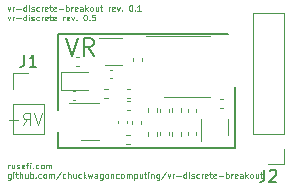
<source format=gto>
G75*
G70*
%OFA0B0*%
%FSLAX25Y25*%
%IPPOS*%
%LPD*%
%AMOC8*
5,1,8,0,0,1.08239X$1,22.5*
%
%ADD19C,0.00394*%
%ADD20C,0.00591*%
%ADD21C,0.00472*%
%ADD22C,0.00787*%
X0000000Y0000000D02*
%LPD*%
G01*
D19*
X0003040Y0059743D02*
X0003509Y0058431D01*
X0003509Y0058431D02*
X0003978Y0059743D01*
X0004728Y0058431D02*
X0004728Y0059743D01*
X0004728Y0059368D02*
X0004821Y0059555D01*
X0004821Y0059555D02*
X0004915Y0059649D01*
X0004915Y0059649D02*
X0005102Y0059743D01*
X0005102Y0059743D02*
X0005290Y0059743D01*
X0005946Y0059180D02*
X0007446Y0059180D01*
X0009227Y0058431D02*
X0009227Y0060399D01*
X0009227Y0058524D02*
X0009039Y0058431D01*
X0009039Y0058431D02*
X0008665Y0058431D01*
X0008665Y0058431D02*
X0008477Y0058524D01*
X0008477Y0058524D02*
X0008383Y0058618D01*
X0008383Y0058618D02*
X0008290Y0058806D01*
X0008290Y0058806D02*
X0008290Y0059368D01*
X0008290Y0059368D02*
X0008383Y0059555D01*
X0008383Y0059555D02*
X0008477Y0059649D01*
X0008477Y0059649D02*
X0008665Y0059743D01*
X0008665Y0059743D02*
X0009039Y0059743D01*
X0009039Y0059743D02*
X0009227Y0059649D01*
X0010164Y0058431D02*
X0010164Y0059743D01*
X0010164Y0060399D02*
X0010071Y0060305D01*
X0010071Y0060305D02*
X0010164Y0060212D01*
X0010164Y0060212D02*
X0010258Y0060305D01*
X0010258Y0060305D02*
X0010164Y0060399D01*
X0010164Y0060399D02*
X0010164Y0060212D01*
X0011008Y0058524D02*
X0011195Y0058431D01*
X0011195Y0058431D02*
X0011570Y0058431D01*
X0011570Y0058431D02*
X0011758Y0058524D01*
X0011758Y0058524D02*
X0011852Y0058712D01*
X0011852Y0058712D02*
X0011852Y0058806D01*
X0011852Y0058806D02*
X0011758Y0058993D01*
X0011758Y0058993D02*
X0011570Y0059087D01*
X0011570Y0059087D02*
X0011289Y0059087D01*
X0011289Y0059087D02*
X0011102Y0059180D01*
X0011102Y0059180D02*
X0011008Y0059368D01*
X0011008Y0059368D02*
X0011008Y0059462D01*
X0011008Y0059462D02*
X0011102Y0059649D01*
X0011102Y0059649D02*
X0011289Y0059743D01*
X0011289Y0059743D02*
X0011570Y0059743D01*
X0011570Y0059743D02*
X0011758Y0059649D01*
X0013539Y0058524D02*
X0013351Y0058431D01*
X0013351Y0058431D02*
X0012976Y0058431D01*
X0012976Y0058431D02*
X0012789Y0058524D01*
X0012789Y0058524D02*
X0012695Y0058618D01*
X0012695Y0058618D02*
X0012602Y0058806D01*
X0012602Y0058806D02*
X0012602Y0059368D01*
X0012602Y0059368D02*
X0012695Y0059555D01*
X0012695Y0059555D02*
X0012789Y0059649D01*
X0012789Y0059649D02*
X0012976Y0059743D01*
X0012976Y0059743D02*
X0013351Y0059743D01*
X0013351Y0059743D02*
X0013539Y0059649D01*
X0014383Y0058431D02*
X0014383Y0059743D01*
X0014383Y0059368D02*
X0014476Y0059555D01*
X0014476Y0059555D02*
X0014570Y0059649D01*
X0014570Y0059649D02*
X0014758Y0059743D01*
X0014758Y0059743D02*
X0014945Y0059743D01*
X0016351Y0058524D02*
X0016164Y0058431D01*
X0016164Y0058431D02*
X0015789Y0058431D01*
X0015789Y0058431D02*
X0015601Y0058524D01*
X0015601Y0058524D02*
X0015507Y0058712D01*
X0015507Y0058712D02*
X0015507Y0059462D01*
X0015507Y0059462D02*
X0015601Y0059649D01*
X0015601Y0059649D02*
X0015789Y0059743D01*
X0015789Y0059743D02*
X0016164Y0059743D01*
X0016164Y0059743D02*
X0016351Y0059649D01*
X0016351Y0059649D02*
X0016445Y0059462D01*
X0016445Y0059462D02*
X0016445Y0059274D01*
X0016445Y0059274D02*
X0015507Y0059087D01*
X0017007Y0059743D02*
X0017757Y0059743D01*
X0017288Y0060399D02*
X0017288Y0058712D01*
X0017288Y0058712D02*
X0017382Y0058524D01*
X0017382Y0058524D02*
X0017570Y0058431D01*
X0017570Y0058431D02*
X0017757Y0058431D01*
X0019163Y0058524D02*
X0018976Y0058431D01*
X0018976Y0058431D02*
X0018601Y0058431D01*
X0018601Y0058431D02*
X0018413Y0058524D01*
X0018413Y0058524D02*
X0018320Y0058712D01*
X0018320Y0058712D02*
X0018320Y0059462D01*
X0018320Y0059462D02*
X0018413Y0059649D01*
X0018413Y0059649D02*
X0018601Y0059743D01*
X0018601Y0059743D02*
X0018976Y0059743D01*
X0018976Y0059743D02*
X0019163Y0059649D01*
X0019163Y0059649D02*
X0019257Y0059462D01*
X0019257Y0059462D02*
X0019257Y0059274D01*
X0019257Y0059274D02*
X0018320Y0059087D01*
X0020101Y0059180D02*
X0021600Y0059180D01*
X0022538Y0058431D02*
X0022538Y0060399D01*
X0022538Y0059649D02*
X0022725Y0059743D01*
X0022725Y0059743D02*
X0023100Y0059743D01*
X0023100Y0059743D02*
X0023288Y0059649D01*
X0023288Y0059649D02*
X0023381Y0059555D01*
X0023381Y0059555D02*
X0023475Y0059368D01*
X0023475Y0059368D02*
X0023475Y0058806D01*
X0023475Y0058806D02*
X0023381Y0058618D01*
X0023381Y0058618D02*
X0023288Y0058524D01*
X0023288Y0058524D02*
X0023100Y0058431D01*
X0023100Y0058431D02*
X0022725Y0058431D01*
X0022725Y0058431D02*
X0022538Y0058524D01*
X0024319Y0058431D02*
X0024319Y0059743D01*
X0024319Y0059368D02*
X0024413Y0059555D01*
X0024413Y0059555D02*
X0024506Y0059649D01*
X0024506Y0059649D02*
X0024694Y0059743D01*
X0024694Y0059743D02*
X0024881Y0059743D01*
X0026287Y0058524D02*
X0026100Y0058431D01*
X0026100Y0058431D02*
X0025725Y0058431D01*
X0025725Y0058431D02*
X0025537Y0058524D01*
X0025537Y0058524D02*
X0025444Y0058712D01*
X0025444Y0058712D02*
X0025444Y0059462D01*
X0025444Y0059462D02*
X0025537Y0059649D01*
X0025537Y0059649D02*
X0025725Y0059743D01*
X0025725Y0059743D02*
X0026100Y0059743D01*
X0026100Y0059743D02*
X0026287Y0059649D01*
X0026287Y0059649D02*
X0026381Y0059462D01*
X0026381Y0059462D02*
X0026381Y0059274D01*
X0026381Y0059274D02*
X0025444Y0059087D01*
X0028068Y0058431D02*
X0028068Y0059462D01*
X0028068Y0059462D02*
X0027975Y0059649D01*
X0027975Y0059649D02*
X0027787Y0059743D01*
X0027787Y0059743D02*
X0027412Y0059743D01*
X0027412Y0059743D02*
X0027225Y0059649D01*
X0028068Y0058524D02*
X0027881Y0058431D01*
X0027881Y0058431D02*
X0027412Y0058431D01*
X0027412Y0058431D02*
X0027225Y0058524D01*
X0027225Y0058524D02*
X0027131Y0058712D01*
X0027131Y0058712D02*
X0027131Y0058899D01*
X0027131Y0058899D02*
X0027225Y0059087D01*
X0027225Y0059087D02*
X0027412Y0059180D01*
X0027412Y0059180D02*
X0027881Y0059180D01*
X0027881Y0059180D02*
X0028068Y0059274D01*
X0029006Y0058431D02*
X0029006Y0060399D01*
X0029193Y0059180D02*
X0029756Y0058431D01*
X0029756Y0059743D02*
X0029006Y0058993D01*
X0030880Y0058431D02*
X0030693Y0058524D01*
X0030693Y0058524D02*
X0030599Y0058618D01*
X0030599Y0058618D02*
X0030506Y0058806D01*
X0030506Y0058806D02*
X0030506Y0059368D01*
X0030506Y0059368D02*
X0030599Y0059555D01*
X0030599Y0059555D02*
X0030693Y0059649D01*
X0030693Y0059649D02*
X0030880Y0059743D01*
X0030880Y0059743D02*
X0031162Y0059743D01*
X0031162Y0059743D02*
X0031349Y0059649D01*
X0031349Y0059649D02*
X0031443Y0059555D01*
X0031443Y0059555D02*
X0031537Y0059368D01*
X0031537Y0059368D02*
X0031537Y0058806D01*
X0031537Y0058806D02*
X0031443Y0058618D01*
X0031443Y0058618D02*
X0031349Y0058524D01*
X0031349Y0058524D02*
X0031162Y0058431D01*
X0031162Y0058431D02*
X0030880Y0058431D01*
X0033224Y0059743D02*
X0033224Y0058431D01*
X0032380Y0059743D02*
X0032380Y0058712D01*
X0032380Y0058712D02*
X0032474Y0058524D01*
X0032474Y0058524D02*
X0032662Y0058431D01*
X0032662Y0058431D02*
X0032943Y0058431D01*
X0032943Y0058431D02*
X0033130Y0058524D01*
X0033130Y0058524D02*
X0033224Y0058618D01*
X0033880Y0059743D02*
X0034630Y0059743D01*
X0034161Y0060399D02*
X0034161Y0058712D01*
X0034161Y0058712D02*
X0034255Y0058524D01*
X0034255Y0058524D02*
X0034443Y0058431D01*
X0034443Y0058431D02*
X0034630Y0058431D01*
X0036786Y0058431D02*
X0036786Y0059743D01*
X0036786Y0059368D02*
X0036880Y0059555D01*
X0036880Y0059555D02*
X0036973Y0059649D01*
X0036973Y0059649D02*
X0037161Y0059743D01*
X0037161Y0059743D02*
X0037348Y0059743D01*
X0038755Y0058524D02*
X0038567Y0058431D01*
X0038567Y0058431D02*
X0038192Y0058431D01*
X0038192Y0058431D02*
X0038005Y0058524D01*
X0038005Y0058524D02*
X0037911Y0058712D01*
X0037911Y0058712D02*
X0037911Y0059462D01*
X0037911Y0059462D02*
X0038005Y0059649D01*
X0038005Y0059649D02*
X0038192Y0059743D01*
X0038192Y0059743D02*
X0038567Y0059743D01*
X0038567Y0059743D02*
X0038755Y0059649D01*
X0038755Y0059649D02*
X0038848Y0059462D01*
X0038848Y0059462D02*
X0038848Y0059274D01*
X0038848Y0059274D02*
X0037911Y0059087D01*
X0039504Y0059743D02*
X0039973Y0058431D01*
X0039973Y0058431D02*
X0040442Y0059743D01*
X0041192Y0058618D02*
X0041285Y0058524D01*
X0041285Y0058524D02*
X0041192Y0058431D01*
X0041192Y0058431D02*
X0041098Y0058524D01*
X0041098Y0058524D02*
X0041192Y0058618D01*
X0041192Y0058618D02*
X0041192Y0058431D01*
X0044004Y0060399D02*
X0044191Y0060399D01*
X0044191Y0060399D02*
X0044379Y0060305D01*
X0044379Y0060305D02*
X0044473Y0060212D01*
X0044473Y0060212D02*
X0044566Y0060024D01*
X0044566Y0060024D02*
X0044660Y0059649D01*
X0044660Y0059649D02*
X0044660Y0059180D01*
X0044660Y0059180D02*
X0044566Y0058806D01*
X0044566Y0058806D02*
X0044473Y0058618D01*
X0044473Y0058618D02*
X0044379Y0058524D01*
X0044379Y0058524D02*
X0044191Y0058431D01*
X0044191Y0058431D02*
X0044004Y0058431D01*
X0044004Y0058431D02*
X0043816Y0058524D01*
X0043816Y0058524D02*
X0043723Y0058618D01*
X0043723Y0058618D02*
X0043629Y0058806D01*
X0043629Y0058806D02*
X0043535Y0059180D01*
X0043535Y0059180D02*
X0043535Y0059649D01*
X0043535Y0059649D02*
X0043629Y0060024D01*
X0043629Y0060024D02*
X0043723Y0060212D01*
X0043723Y0060212D02*
X0043816Y0060305D01*
X0043816Y0060305D02*
X0044004Y0060399D01*
X0045504Y0058618D02*
X0045597Y0058524D01*
X0045597Y0058524D02*
X0045504Y0058431D01*
X0045504Y0058431D02*
X0045410Y0058524D01*
X0045410Y0058524D02*
X0045504Y0058618D01*
X0045504Y0058618D02*
X0045504Y0058431D01*
X0047472Y0058431D02*
X0046347Y0058431D01*
X0046910Y0058431D02*
X0046910Y0060399D01*
X0046910Y0060399D02*
X0046722Y0060118D01*
X0046722Y0060118D02*
X0046535Y0059930D01*
X0046535Y0059930D02*
X0046347Y0059837D01*
X0003040Y0056574D02*
X0003509Y0055261D01*
X0003509Y0055261D02*
X0003978Y0056574D01*
X0004728Y0055261D02*
X0004728Y0056574D01*
X0004728Y0056199D02*
X0004821Y0056386D01*
X0004821Y0056386D02*
X0004915Y0056480D01*
X0004915Y0056480D02*
X0005102Y0056574D01*
X0005102Y0056574D02*
X0005290Y0056574D01*
X0005946Y0056011D02*
X0007446Y0056011D01*
X0009227Y0055261D02*
X0009227Y0057230D01*
X0009227Y0055355D02*
X0009039Y0055261D01*
X0009039Y0055261D02*
X0008665Y0055261D01*
X0008665Y0055261D02*
X0008477Y0055355D01*
X0008477Y0055355D02*
X0008383Y0055449D01*
X0008383Y0055449D02*
X0008290Y0055636D01*
X0008290Y0055636D02*
X0008290Y0056199D01*
X0008290Y0056199D02*
X0008383Y0056386D01*
X0008383Y0056386D02*
X0008477Y0056480D01*
X0008477Y0056480D02*
X0008665Y0056574D01*
X0008665Y0056574D02*
X0009039Y0056574D01*
X0009039Y0056574D02*
X0009227Y0056480D01*
X0010164Y0055261D02*
X0010164Y0056574D01*
X0010164Y0057230D02*
X0010071Y0057136D01*
X0010071Y0057136D02*
X0010164Y0057042D01*
X0010164Y0057042D02*
X0010258Y0057136D01*
X0010258Y0057136D02*
X0010164Y0057230D01*
X0010164Y0057230D02*
X0010164Y0057042D01*
X0011008Y0055355D02*
X0011195Y0055261D01*
X0011195Y0055261D02*
X0011570Y0055261D01*
X0011570Y0055261D02*
X0011758Y0055355D01*
X0011758Y0055355D02*
X0011852Y0055543D01*
X0011852Y0055543D02*
X0011852Y0055636D01*
X0011852Y0055636D02*
X0011758Y0055824D01*
X0011758Y0055824D02*
X0011570Y0055918D01*
X0011570Y0055918D02*
X0011289Y0055918D01*
X0011289Y0055918D02*
X0011102Y0056011D01*
X0011102Y0056011D02*
X0011008Y0056199D01*
X0011008Y0056199D02*
X0011008Y0056293D01*
X0011008Y0056293D02*
X0011102Y0056480D01*
X0011102Y0056480D02*
X0011289Y0056574D01*
X0011289Y0056574D02*
X0011570Y0056574D01*
X0011570Y0056574D02*
X0011758Y0056480D01*
X0013539Y0055355D02*
X0013351Y0055261D01*
X0013351Y0055261D02*
X0012976Y0055261D01*
X0012976Y0055261D02*
X0012789Y0055355D01*
X0012789Y0055355D02*
X0012695Y0055449D01*
X0012695Y0055449D02*
X0012602Y0055636D01*
X0012602Y0055636D02*
X0012602Y0056199D01*
X0012602Y0056199D02*
X0012695Y0056386D01*
X0012695Y0056386D02*
X0012789Y0056480D01*
X0012789Y0056480D02*
X0012976Y0056574D01*
X0012976Y0056574D02*
X0013351Y0056574D01*
X0013351Y0056574D02*
X0013539Y0056480D01*
X0014383Y0055261D02*
X0014383Y0056574D01*
X0014383Y0056199D02*
X0014476Y0056386D01*
X0014476Y0056386D02*
X0014570Y0056480D01*
X0014570Y0056480D02*
X0014758Y0056574D01*
X0014758Y0056574D02*
X0014945Y0056574D01*
X0016351Y0055355D02*
X0016164Y0055261D01*
X0016164Y0055261D02*
X0015789Y0055261D01*
X0015789Y0055261D02*
X0015601Y0055355D01*
X0015601Y0055355D02*
X0015507Y0055543D01*
X0015507Y0055543D02*
X0015507Y0056293D01*
X0015507Y0056293D02*
X0015601Y0056480D01*
X0015601Y0056480D02*
X0015789Y0056574D01*
X0015789Y0056574D02*
X0016164Y0056574D01*
X0016164Y0056574D02*
X0016351Y0056480D01*
X0016351Y0056480D02*
X0016445Y0056293D01*
X0016445Y0056293D02*
X0016445Y0056105D01*
X0016445Y0056105D02*
X0015507Y0055918D01*
X0017007Y0056574D02*
X0017757Y0056574D01*
X0017288Y0057230D02*
X0017288Y0055543D01*
X0017288Y0055543D02*
X0017382Y0055355D01*
X0017382Y0055355D02*
X0017570Y0055261D01*
X0017570Y0055261D02*
X0017757Y0055261D01*
X0019163Y0055355D02*
X0018976Y0055261D01*
X0018976Y0055261D02*
X0018601Y0055261D01*
X0018601Y0055261D02*
X0018413Y0055355D01*
X0018413Y0055355D02*
X0018320Y0055543D01*
X0018320Y0055543D02*
X0018320Y0056293D01*
X0018320Y0056293D02*
X0018413Y0056480D01*
X0018413Y0056480D02*
X0018601Y0056574D01*
X0018601Y0056574D02*
X0018976Y0056574D01*
X0018976Y0056574D02*
X0019163Y0056480D01*
X0019163Y0056480D02*
X0019257Y0056293D01*
X0019257Y0056293D02*
X0019257Y0056105D01*
X0019257Y0056105D02*
X0018320Y0055918D01*
X0021600Y0055261D02*
X0021600Y0056574D01*
X0021600Y0056199D02*
X0021694Y0056386D01*
X0021694Y0056386D02*
X0021788Y0056480D01*
X0021788Y0056480D02*
X0021975Y0056574D01*
X0021975Y0056574D02*
X0022163Y0056574D01*
X0023569Y0055355D02*
X0023381Y0055261D01*
X0023381Y0055261D02*
X0023006Y0055261D01*
X0023006Y0055261D02*
X0022819Y0055355D01*
X0022819Y0055355D02*
X0022725Y0055543D01*
X0022725Y0055543D02*
X0022725Y0056293D01*
X0022725Y0056293D02*
X0022819Y0056480D01*
X0022819Y0056480D02*
X0023006Y0056574D01*
X0023006Y0056574D02*
X0023381Y0056574D01*
X0023381Y0056574D02*
X0023569Y0056480D01*
X0023569Y0056480D02*
X0023663Y0056293D01*
X0023663Y0056293D02*
X0023663Y0056105D01*
X0023663Y0056105D02*
X0022725Y0055918D01*
X0024319Y0056574D02*
X0024788Y0055261D01*
X0024788Y0055261D02*
X0025256Y0056574D01*
X0026006Y0055449D02*
X0026100Y0055355D01*
X0026100Y0055355D02*
X0026006Y0055261D01*
X0026006Y0055261D02*
X0025912Y0055355D01*
X0025912Y0055355D02*
X0026006Y0055449D01*
X0026006Y0055449D02*
X0026006Y0055261D01*
X0028818Y0057230D02*
X0029006Y0057230D01*
X0029006Y0057230D02*
X0029193Y0057136D01*
X0029193Y0057136D02*
X0029287Y0057042D01*
X0029287Y0057042D02*
X0029381Y0056855D01*
X0029381Y0056855D02*
X0029474Y0056480D01*
X0029474Y0056480D02*
X0029474Y0056011D01*
X0029474Y0056011D02*
X0029381Y0055636D01*
X0029381Y0055636D02*
X0029287Y0055449D01*
X0029287Y0055449D02*
X0029193Y0055355D01*
X0029193Y0055355D02*
X0029006Y0055261D01*
X0029006Y0055261D02*
X0028818Y0055261D01*
X0028818Y0055261D02*
X0028631Y0055355D01*
X0028631Y0055355D02*
X0028537Y0055449D01*
X0028537Y0055449D02*
X0028443Y0055636D01*
X0028443Y0055636D02*
X0028350Y0056011D01*
X0028350Y0056011D02*
X0028350Y0056480D01*
X0028350Y0056480D02*
X0028443Y0056855D01*
X0028443Y0056855D02*
X0028537Y0057042D01*
X0028537Y0057042D02*
X0028631Y0057136D01*
X0028631Y0057136D02*
X0028818Y0057230D01*
X0030318Y0055449D02*
X0030412Y0055355D01*
X0030412Y0055355D02*
X0030318Y0055261D01*
X0030318Y0055261D02*
X0030224Y0055355D01*
X0030224Y0055355D02*
X0030318Y0055449D01*
X0030318Y0055449D02*
X0030318Y0055261D01*
X0032193Y0057230D02*
X0031255Y0057230D01*
X0031255Y0057230D02*
X0031162Y0056293D01*
X0031162Y0056293D02*
X0031255Y0056386D01*
X0031255Y0056386D02*
X0031443Y0056480D01*
X0031443Y0056480D02*
X0031912Y0056480D01*
X0031912Y0056480D02*
X0032099Y0056386D01*
X0032099Y0056386D02*
X0032193Y0056293D01*
X0032193Y0056293D02*
X0032287Y0056105D01*
X0032287Y0056105D02*
X0032287Y0055636D01*
X0032287Y0055636D02*
X0032193Y0055449D01*
X0032193Y0055449D02*
X0032099Y0055355D01*
X0032099Y0055355D02*
X0031912Y0055261D01*
X0031912Y0055261D02*
X0031443Y0055261D01*
X0031443Y0055261D02*
X0031255Y0055355D01*
X0031255Y0055355D02*
X0031162Y0055449D01*
X0014366Y0024439D02*
X0013054Y0020502D01*
X0013054Y0020502D02*
X0011741Y0024439D01*
X0008179Y0020502D02*
X0009492Y0022377D01*
X0010429Y0020502D02*
X0010429Y0024439D01*
X0010429Y0024439D02*
X0008929Y0024439D01*
X0008929Y0024439D02*
X0008554Y0024252D01*
X0008554Y0024252D02*
X0008367Y0024064D01*
X0008367Y0024064D02*
X0008179Y0023689D01*
X0008179Y0023689D02*
X0008179Y0023127D01*
X0008179Y0023127D02*
X0008367Y0022752D01*
X0008367Y0022752D02*
X0008554Y0022565D01*
X0008554Y0022565D02*
X0008929Y0022377D01*
X0008929Y0022377D02*
X0010429Y0022377D01*
X0006492Y0022002D02*
X0003492Y0022002D01*
X0004992Y0020502D02*
X0004992Y0023502D01*
X0003228Y0005931D02*
X0003228Y0007243D01*
X0003228Y0006868D02*
X0003321Y0007055D01*
X0003321Y0007055D02*
X0003415Y0007149D01*
X0003415Y0007149D02*
X0003603Y0007243D01*
X0003603Y0007243D02*
X0003790Y0007243D01*
X0005290Y0007243D02*
X0005290Y0005931D01*
X0004446Y0007243D02*
X0004446Y0006212D01*
X0004446Y0006212D02*
X0004540Y0006024D01*
X0004540Y0006024D02*
X0004728Y0005931D01*
X0004728Y0005931D02*
X0005009Y0005931D01*
X0005009Y0005931D02*
X0005196Y0006024D01*
X0005196Y0006024D02*
X0005290Y0006118D01*
X0006134Y0006024D02*
X0006321Y0005931D01*
X0006321Y0005931D02*
X0006696Y0005931D01*
X0006696Y0005931D02*
X0006883Y0006024D01*
X0006883Y0006024D02*
X0006977Y0006212D01*
X0006977Y0006212D02*
X0006977Y0006306D01*
X0006977Y0006306D02*
X0006883Y0006493D01*
X0006883Y0006493D02*
X0006696Y0006587D01*
X0006696Y0006587D02*
X0006415Y0006587D01*
X0006415Y0006587D02*
X0006227Y0006680D01*
X0006227Y0006680D02*
X0006134Y0006868D01*
X0006134Y0006868D02*
X0006134Y0006962D01*
X0006134Y0006962D02*
X0006227Y0007149D01*
X0006227Y0007149D02*
X0006415Y0007243D01*
X0006415Y0007243D02*
X0006696Y0007243D01*
X0006696Y0007243D02*
X0006883Y0007149D01*
X0008571Y0006024D02*
X0008383Y0005931D01*
X0008383Y0005931D02*
X0008008Y0005931D01*
X0008008Y0005931D02*
X0007821Y0006024D01*
X0007821Y0006024D02*
X0007727Y0006212D01*
X0007727Y0006212D02*
X0007727Y0006962D01*
X0007727Y0006962D02*
X0007821Y0007149D01*
X0007821Y0007149D02*
X0008008Y0007243D01*
X0008008Y0007243D02*
X0008383Y0007243D01*
X0008383Y0007243D02*
X0008571Y0007149D01*
X0008571Y0007149D02*
X0008665Y0006962D01*
X0008665Y0006962D02*
X0008665Y0006774D01*
X0008665Y0006774D02*
X0007727Y0006587D01*
X0009227Y0007243D02*
X0009977Y0007243D01*
X0009508Y0005931D02*
X0009508Y0007618D01*
X0009508Y0007618D02*
X0009602Y0007805D01*
X0009602Y0007805D02*
X0009789Y0007899D01*
X0009789Y0007899D02*
X0009977Y0007899D01*
X0010633Y0005931D02*
X0010633Y0007243D01*
X0010633Y0007899D02*
X0010539Y0007805D01*
X0010539Y0007805D02*
X0010633Y0007712D01*
X0010633Y0007712D02*
X0010727Y0007805D01*
X0010727Y0007805D02*
X0010633Y0007899D01*
X0010633Y0007899D02*
X0010633Y0007712D01*
X0011570Y0006118D02*
X0011664Y0006024D01*
X0011664Y0006024D02*
X0011570Y0005931D01*
X0011570Y0005931D02*
X0011477Y0006024D01*
X0011477Y0006024D02*
X0011570Y0006118D01*
X0011570Y0006118D02*
X0011570Y0005931D01*
X0013351Y0006024D02*
X0013164Y0005931D01*
X0013164Y0005931D02*
X0012789Y0005931D01*
X0012789Y0005931D02*
X0012602Y0006024D01*
X0012602Y0006024D02*
X0012508Y0006118D01*
X0012508Y0006118D02*
X0012414Y0006306D01*
X0012414Y0006306D02*
X0012414Y0006868D01*
X0012414Y0006868D02*
X0012508Y0007055D01*
X0012508Y0007055D02*
X0012602Y0007149D01*
X0012602Y0007149D02*
X0012789Y0007243D01*
X0012789Y0007243D02*
X0013164Y0007243D01*
X0013164Y0007243D02*
X0013351Y0007149D01*
X0014476Y0005931D02*
X0014289Y0006024D01*
X0014289Y0006024D02*
X0014195Y0006118D01*
X0014195Y0006118D02*
X0014101Y0006306D01*
X0014101Y0006306D02*
X0014101Y0006868D01*
X0014101Y0006868D02*
X0014195Y0007055D01*
X0014195Y0007055D02*
X0014289Y0007149D01*
X0014289Y0007149D02*
X0014476Y0007243D01*
X0014476Y0007243D02*
X0014758Y0007243D01*
X0014758Y0007243D02*
X0014945Y0007149D01*
X0014945Y0007149D02*
X0015039Y0007055D01*
X0015039Y0007055D02*
X0015132Y0006868D01*
X0015132Y0006868D02*
X0015132Y0006306D01*
X0015132Y0006306D02*
X0015039Y0006118D01*
X0015039Y0006118D02*
X0014945Y0006024D01*
X0014945Y0006024D02*
X0014758Y0005931D01*
X0014758Y0005931D02*
X0014476Y0005931D01*
X0015976Y0005931D02*
X0015976Y0007243D01*
X0015976Y0007055D02*
X0016070Y0007149D01*
X0016070Y0007149D02*
X0016257Y0007243D01*
X0016257Y0007243D02*
X0016539Y0007243D01*
X0016539Y0007243D02*
X0016726Y0007149D01*
X0016726Y0007149D02*
X0016820Y0006962D01*
X0016820Y0006962D02*
X0016820Y0005931D01*
X0016820Y0006962D02*
X0016913Y0007149D01*
X0016913Y0007149D02*
X0017101Y0007243D01*
X0017101Y0007243D02*
X0017382Y0007243D01*
X0017382Y0007243D02*
X0017570Y0007149D01*
X0017570Y0007149D02*
X0017663Y0006962D01*
X0017663Y0006962D02*
X0017663Y0005931D01*
X0004071Y0004074D02*
X0004071Y0002480D01*
X0004071Y0002480D02*
X0003978Y0002293D01*
X0003978Y0002293D02*
X0003884Y0002199D01*
X0003884Y0002199D02*
X0003696Y0002105D01*
X0003696Y0002105D02*
X0003415Y0002105D01*
X0003415Y0002105D02*
X0003228Y0002199D01*
X0004071Y0002855D02*
X0003884Y0002761D01*
X0003884Y0002761D02*
X0003509Y0002761D01*
X0003509Y0002761D02*
X0003321Y0002855D01*
X0003321Y0002855D02*
X0003228Y0002949D01*
X0003228Y0002949D02*
X0003134Y0003136D01*
X0003134Y0003136D02*
X0003134Y0003699D01*
X0003134Y0003699D02*
X0003228Y0003886D01*
X0003228Y0003886D02*
X0003321Y0003980D01*
X0003321Y0003980D02*
X0003509Y0004074D01*
X0003509Y0004074D02*
X0003884Y0004074D01*
X0003884Y0004074D02*
X0004071Y0003980D01*
X0005009Y0002761D02*
X0005009Y0004074D01*
X0005009Y0004730D02*
X0004915Y0004636D01*
X0004915Y0004636D02*
X0005009Y0004542D01*
X0005009Y0004542D02*
X0005102Y0004636D01*
X0005102Y0004636D02*
X0005009Y0004730D01*
X0005009Y0004730D02*
X0005009Y0004542D01*
X0005665Y0004074D02*
X0006415Y0004074D01*
X0005946Y0004730D02*
X0005946Y0003043D01*
X0005946Y0003043D02*
X0006040Y0002855D01*
X0006040Y0002855D02*
X0006227Y0002761D01*
X0006227Y0002761D02*
X0006415Y0002761D01*
X0007071Y0002761D02*
X0007071Y0004730D01*
X0007915Y0002761D02*
X0007915Y0003793D01*
X0007915Y0003793D02*
X0007821Y0003980D01*
X0007821Y0003980D02*
X0007633Y0004074D01*
X0007633Y0004074D02*
X0007352Y0004074D01*
X0007352Y0004074D02*
X0007165Y0003980D01*
X0007165Y0003980D02*
X0007071Y0003886D01*
X0009696Y0004074D02*
X0009696Y0002761D01*
X0008852Y0004074D02*
X0008852Y0003043D01*
X0008852Y0003043D02*
X0008946Y0002855D01*
X0008946Y0002855D02*
X0009133Y0002761D01*
X0009133Y0002761D02*
X0009414Y0002761D01*
X0009414Y0002761D02*
X0009602Y0002855D01*
X0009602Y0002855D02*
X0009696Y0002949D01*
X0010633Y0002761D02*
X0010633Y0004730D01*
X0010633Y0003980D02*
X0010820Y0004074D01*
X0010820Y0004074D02*
X0011195Y0004074D01*
X0011195Y0004074D02*
X0011383Y0003980D01*
X0011383Y0003980D02*
X0011477Y0003886D01*
X0011477Y0003886D02*
X0011570Y0003699D01*
X0011570Y0003699D02*
X0011570Y0003136D01*
X0011570Y0003136D02*
X0011477Y0002949D01*
X0011477Y0002949D02*
X0011383Y0002855D01*
X0011383Y0002855D02*
X0011195Y0002761D01*
X0011195Y0002761D02*
X0010820Y0002761D01*
X0010820Y0002761D02*
X0010633Y0002855D01*
X0012414Y0002949D02*
X0012508Y0002855D01*
X0012508Y0002855D02*
X0012414Y0002761D01*
X0012414Y0002761D02*
X0012320Y0002855D01*
X0012320Y0002855D02*
X0012414Y0002949D01*
X0012414Y0002949D02*
X0012414Y0002761D01*
X0014195Y0002855D02*
X0014008Y0002761D01*
X0014008Y0002761D02*
X0013633Y0002761D01*
X0013633Y0002761D02*
X0013445Y0002855D01*
X0013445Y0002855D02*
X0013351Y0002949D01*
X0013351Y0002949D02*
X0013258Y0003136D01*
X0013258Y0003136D02*
X0013258Y0003699D01*
X0013258Y0003699D02*
X0013351Y0003886D01*
X0013351Y0003886D02*
X0013445Y0003980D01*
X0013445Y0003980D02*
X0013633Y0004074D01*
X0013633Y0004074D02*
X0014008Y0004074D01*
X0014008Y0004074D02*
X0014195Y0003980D01*
X0015320Y0002761D02*
X0015132Y0002855D01*
X0015132Y0002855D02*
X0015039Y0002949D01*
X0015039Y0002949D02*
X0014945Y0003136D01*
X0014945Y0003136D02*
X0014945Y0003699D01*
X0014945Y0003699D02*
X0015039Y0003886D01*
X0015039Y0003886D02*
X0015132Y0003980D01*
X0015132Y0003980D02*
X0015320Y0004074D01*
X0015320Y0004074D02*
X0015601Y0004074D01*
X0015601Y0004074D02*
X0015789Y0003980D01*
X0015789Y0003980D02*
X0015882Y0003886D01*
X0015882Y0003886D02*
X0015976Y0003699D01*
X0015976Y0003699D02*
X0015976Y0003136D01*
X0015976Y0003136D02*
X0015882Y0002949D01*
X0015882Y0002949D02*
X0015789Y0002855D01*
X0015789Y0002855D02*
X0015601Y0002761D01*
X0015601Y0002761D02*
X0015320Y0002761D01*
X0016820Y0002761D02*
X0016820Y0004074D01*
X0016820Y0003886D02*
X0016913Y0003980D01*
X0016913Y0003980D02*
X0017101Y0004074D01*
X0017101Y0004074D02*
X0017382Y0004074D01*
X0017382Y0004074D02*
X0017570Y0003980D01*
X0017570Y0003980D02*
X0017663Y0003793D01*
X0017663Y0003793D02*
X0017663Y0002761D01*
X0017663Y0003793D02*
X0017757Y0003980D01*
X0017757Y0003980D02*
X0017945Y0004074D01*
X0017945Y0004074D02*
X0018226Y0004074D01*
X0018226Y0004074D02*
X0018413Y0003980D01*
X0018413Y0003980D02*
X0018507Y0003793D01*
X0018507Y0003793D02*
X0018507Y0002761D01*
X0020850Y0004824D02*
X0019163Y0002293D01*
X0022350Y0002855D02*
X0022163Y0002761D01*
X0022163Y0002761D02*
X0021788Y0002761D01*
X0021788Y0002761D02*
X0021600Y0002855D01*
X0021600Y0002855D02*
X0021507Y0002949D01*
X0021507Y0002949D02*
X0021413Y0003136D01*
X0021413Y0003136D02*
X0021413Y0003699D01*
X0021413Y0003699D02*
X0021507Y0003886D01*
X0021507Y0003886D02*
X0021600Y0003980D01*
X0021600Y0003980D02*
X0021788Y0004074D01*
X0021788Y0004074D02*
X0022163Y0004074D01*
X0022163Y0004074D02*
X0022350Y0003980D01*
X0023194Y0002761D02*
X0023194Y0004730D01*
X0024038Y0002761D02*
X0024038Y0003793D01*
X0024038Y0003793D02*
X0023944Y0003980D01*
X0023944Y0003980D02*
X0023756Y0004074D01*
X0023756Y0004074D02*
X0023475Y0004074D01*
X0023475Y0004074D02*
X0023288Y0003980D01*
X0023288Y0003980D02*
X0023194Y0003886D01*
X0025819Y0004074D02*
X0025819Y0002761D01*
X0024975Y0004074D02*
X0024975Y0003043D01*
X0024975Y0003043D02*
X0025069Y0002855D01*
X0025069Y0002855D02*
X0025256Y0002761D01*
X0025256Y0002761D02*
X0025537Y0002761D01*
X0025537Y0002761D02*
X0025725Y0002855D01*
X0025725Y0002855D02*
X0025819Y0002949D01*
X0027600Y0002855D02*
X0027412Y0002761D01*
X0027412Y0002761D02*
X0027037Y0002761D01*
X0027037Y0002761D02*
X0026850Y0002855D01*
X0026850Y0002855D02*
X0026756Y0002949D01*
X0026756Y0002949D02*
X0026662Y0003136D01*
X0026662Y0003136D02*
X0026662Y0003699D01*
X0026662Y0003699D02*
X0026756Y0003886D01*
X0026756Y0003886D02*
X0026850Y0003980D01*
X0026850Y0003980D02*
X0027037Y0004074D01*
X0027037Y0004074D02*
X0027412Y0004074D01*
X0027412Y0004074D02*
X0027600Y0003980D01*
X0028443Y0002761D02*
X0028443Y0004730D01*
X0028631Y0003511D02*
X0029193Y0002761D01*
X0029193Y0004074D02*
X0028443Y0003324D01*
X0029849Y0004074D02*
X0030224Y0002761D01*
X0030224Y0002761D02*
X0030599Y0003699D01*
X0030599Y0003699D02*
X0030974Y0002761D01*
X0030974Y0002761D02*
X0031349Y0004074D01*
X0032943Y0002761D02*
X0032943Y0003793D01*
X0032943Y0003793D02*
X0032849Y0003980D01*
X0032849Y0003980D02*
X0032662Y0004074D01*
X0032662Y0004074D02*
X0032287Y0004074D01*
X0032287Y0004074D02*
X0032099Y0003980D01*
X0032943Y0002855D02*
X0032755Y0002761D01*
X0032755Y0002761D02*
X0032287Y0002761D01*
X0032287Y0002761D02*
X0032099Y0002855D01*
X0032099Y0002855D02*
X0032005Y0003043D01*
X0032005Y0003043D02*
X0032005Y0003230D01*
X0032005Y0003230D02*
X0032099Y0003418D01*
X0032099Y0003418D02*
X0032287Y0003511D01*
X0032287Y0003511D02*
X0032755Y0003511D01*
X0032755Y0003511D02*
X0032943Y0003605D01*
X0034724Y0004074D02*
X0034724Y0002480D01*
X0034724Y0002480D02*
X0034630Y0002293D01*
X0034630Y0002293D02*
X0034536Y0002199D01*
X0034536Y0002199D02*
X0034349Y0002105D01*
X0034349Y0002105D02*
X0034068Y0002105D01*
X0034068Y0002105D02*
X0033880Y0002199D01*
X0034724Y0002855D02*
X0034536Y0002761D01*
X0034536Y0002761D02*
X0034161Y0002761D01*
X0034161Y0002761D02*
X0033974Y0002855D01*
X0033974Y0002855D02*
X0033880Y0002949D01*
X0033880Y0002949D02*
X0033786Y0003136D01*
X0033786Y0003136D02*
X0033786Y0003699D01*
X0033786Y0003699D02*
X0033880Y0003886D01*
X0033880Y0003886D02*
X0033974Y0003980D01*
X0033974Y0003980D02*
X0034161Y0004074D01*
X0034161Y0004074D02*
X0034536Y0004074D01*
X0034536Y0004074D02*
X0034724Y0003980D01*
X0035942Y0002761D02*
X0035755Y0002855D01*
X0035755Y0002855D02*
X0035661Y0002949D01*
X0035661Y0002949D02*
X0035567Y0003136D01*
X0035567Y0003136D02*
X0035567Y0003699D01*
X0035567Y0003699D02*
X0035661Y0003886D01*
X0035661Y0003886D02*
X0035755Y0003980D01*
X0035755Y0003980D02*
X0035942Y0004074D01*
X0035942Y0004074D02*
X0036224Y0004074D01*
X0036224Y0004074D02*
X0036411Y0003980D01*
X0036411Y0003980D02*
X0036505Y0003886D01*
X0036505Y0003886D02*
X0036599Y0003699D01*
X0036599Y0003699D02*
X0036599Y0003136D01*
X0036599Y0003136D02*
X0036505Y0002949D01*
X0036505Y0002949D02*
X0036411Y0002855D01*
X0036411Y0002855D02*
X0036224Y0002761D01*
X0036224Y0002761D02*
X0035942Y0002761D01*
X0037442Y0004074D02*
X0037442Y0002761D01*
X0037442Y0003886D02*
X0037536Y0003980D01*
X0037536Y0003980D02*
X0037723Y0004074D01*
X0037723Y0004074D02*
X0038005Y0004074D01*
X0038005Y0004074D02*
X0038192Y0003980D01*
X0038192Y0003980D02*
X0038286Y0003793D01*
X0038286Y0003793D02*
X0038286Y0002761D01*
X0040067Y0002855D02*
X0039879Y0002761D01*
X0039879Y0002761D02*
X0039504Y0002761D01*
X0039504Y0002761D02*
X0039317Y0002855D01*
X0039317Y0002855D02*
X0039223Y0002949D01*
X0039223Y0002949D02*
X0039129Y0003136D01*
X0039129Y0003136D02*
X0039129Y0003699D01*
X0039129Y0003699D02*
X0039223Y0003886D01*
X0039223Y0003886D02*
X0039317Y0003980D01*
X0039317Y0003980D02*
X0039504Y0004074D01*
X0039504Y0004074D02*
X0039879Y0004074D01*
X0039879Y0004074D02*
X0040067Y0003980D01*
X0041192Y0002761D02*
X0041004Y0002855D01*
X0041004Y0002855D02*
X0040910Y0002949D01*
X0040910Y0002949D02*
X0040817Y0003136D01*
X0040817Y0003136D02*
X0040817Y0003699D01*
X0040817Y0003699D02*
X0040910Y0003886D01*
X0040910Y0003886D02*
X0041004Y0003980D01*
X0041004Y0003980D02*
X0041192Y0004074D01*
X0041192Y0004074D02*
X0041473Y0004074D01*
X0041473Y0004074D02*
X0041660Y0003980D01*
X0041660Y0003980D02*
X0041754Y0003886D01*
X0041754Y0003886D02*
X0041848Y0003699D01*
X0041848Y0003699D02*
X0041848Y0003136D01*
X0041848Y0003136D02*
X0041754Y0002949D01*
X0041754Y0002949D02*
X0041660Y0002855D01*
X0041660Y0002855D02*
X0041473Y0002761D01*
X0041473Y0002761D02*
X0041192Y0002761D01*
X0042692Y0002761D02*
X0042692Y0004074D01*
X0042692Y0003886D02*
X0042785Y0003980D01*
X0042785Y0003980D02*
X0042973Y0004074D01*
X0042973Y0004074D02*
X0043254Y0004074D01*
X0043254Y0004074D02*
X0043441Y0003980D01*
X0043441Y0003980D02*
X0043535Y0003793D01*
X0043535Y0003793D02*
X0043535Y0002761D01*
X0043535Y0003793D02*
X0043629Y0003980D01*
X0043629Y0003980D02*
X0043816Y0004074D01*
X0043816Y0004074D02*
X0044098Y0004074D01*
X0044098Y0004074D02*
X0044285Y0003980D01*
X0044285Y0003980D02*
X0044379Y0003793D01*
X0044379Y0003793D02*
X0044379Y0002761D01*
X0045316Y0004074D02*
X0045316Y0002105D01*
X0045316Y0003980D02*
X0045504Y0004074D01*
X0045504Y0004074D02*
X0045879Y0004074D01*
X0045879Y0004074D02*
X0046066Y0003980D01*
X0046066Y0003980D02*
X0046160Y0003886D01*
X0046160Y0003886D02*
X0046254Y0003699D01*
X0046254Y0003699D02*
X0046254Y0003136D01*
X0046254Y0003136D02*
X0046160Y0002949D01*
X0046160Y0002949D02*
X0046066Y0002855D01*
X0046066Y0002855D02*
X0045879Y0002761D01*
X0045879Y0002761D02*
X0045504Y0002761D01*
X0045504Y0002761D02*
X0045316Y0002855D01*
X0047941Y0004074D02*
X0047941Y0002761D01*
X0047097Y0004074D02*
X0047097Y0003043D01*
X0047097Y0003043D02*
X0047191Y0002855D01*
X0047191Y0002855D02*
X0047378Y0002761D01*
X0047378Y0002761D02*
X0047660Y0002761D01*
X0047660Y0002761D02*
X0047847Y0002855D01*
X0047847Y0002855D02*
X0047941Y0002949D01*
X0048597Y0004074D02*
X0049347Y0004074D01*
X0048878Y0004730D02*
X0048878Y0003043D01*
X0048878Y0003043D02*
X0048972Y0002855D01*
X0048972Y0002855D02*
X0049159Y0002761D01*
X0049159Y0002761D02*
X0049347Y0002761D01*
X0050003Y0002761D02*
X0050003Y0004074D01*
X0050003Y0004730D02*
X0049909Y0004636D01*
X0049909Y0004636D02*
X0050003Y0004542D01*
X0050003Y0004542D02*
X0050097Y0004636D01*
X0050097Y0004636D02*
X0050003Y0004730D01*
X0050003Y0004730D02*
X0050003Y0004542D01*
X0050940Y0004074D02*
X0050940Y0002761D01*
X0050940Y0003886D02*
X0051034Y0003980D01*
X0051034Y0003980D02*
X0051222Y0004074D01*
X0051222Y0004074D02*
X0051503Y0004074D01*
X0051503Y0004074D02*
X0051690Y0003980D01*
X0051690Y0003980D02*
X0051784Y0003793D01*
X0051784Y0003793D02*
X0051784Y0002761D01*
X0053565Y0004074D02*
X0053565Y0002480D01*
X0053565Y0002480D02*
X0053471Y0002293D01*
X0053471Y0002293D02*
X0053378Y0002199D01*
X0053378Y0002199D02*
X0053190Y0002105D01*
X0053190Y0002105D02*
X0052909Y0002105D01*
X0052909Y0002105D02*
X0052722Y0002199D01*
X0053565Y0002855D02*
X0053378Y0002761D01*
X0053378Y0002761D02*
X0053003Y0002761D01*
X0053003Y0002761D02*
X0052815Y0002855D01*
X0052815Y0002855D02*
X0052722Y0002949D01*
X0052722Y0002949D02*
X0052628Y0003136D01*
X0052628Y0003136D02*
X0052628Y0003699D01*
X0052628Y0003699D02*
X0052722Y0003886D01*
X0052722Y0003886D02*
X0052815Y0003980D01*
X0052815Y0003980D02*
X0053003Y0004074D01*
X0053003Y0004074D02*
X0053378Y0004074D01*
X0053378Y0004074D02*
X0053565Y0003980D01*
X0055909Y0004824D02*
X0054221Y0002293D01*
X0056377Y0004074D02*
X0056846Y0002761D01*
X0056846Y0002761D02*
X0057315Y0004074D01*
X0058065Y0002761D02*
X0058065Y0004074D01*
X0058065Y0003699D02*
X0058158Y0003886D01*
X0058158Y0003886D02*
X0058252Y0003980D01*
X0058252Y0003980D02*
X0058440Y0004074D01*
X0058440Y0004074D02*
X0058627Y0004074D01*
X0059283Y0003511D02*
X0060783Y0003511D01*
X0062564Y0002761D02*
X0062564Y0004730D01*
X0062564Y0002855D02*
X0062377Y0002761D01*
X0062377Y0002761D02*
X0062002Y0002761D01*
X0062002Y0002761D02*
X0061814Y0002855D01*
X0061814Y0002855D02*
X0061720Y0002949D01*
X0061720Y0002949D02*
X0061627Y0003136D01*
X0061627Y0003136D02*
X0061627Y0003699D01*
X0061627Y0003699D02*
X0061720Y0003886D01*
X0061720Y0003886D02*
X0061814Y0003980D01*
X0061814Y0003980D02*
X0062002Y0004074D01*
X0062002Y0004074D02*
X0062377Y0004074D01*
X0062377Y0004074D02*
X0062564Y0003980D01*
X0063501Y0002761D02*
X0063501Y0004074D01*
X0063501Y0004730D02*
X0063408Y0004636D01*
X0063408Y0004636D02*
X0063501Y0004542D01*
X0063501Y0004542D02*
X0063595Y0004636D01*
X0063595Y0004636D02*
X0063501Y0004730D01*
X0063501Y0004730D02*
X0063501Y0004542D01*
X0064345Y0002855D02*
X0064533Y0002761D01*
X0064533Y0002761D02*
X0064907Y0002761D01*
X0064907Y0002761D02*
X0065095Y0002855D01*
X0065095Y0002855D02*
X0065189Y0003043D01*
X0065189Y0003043D02*
X0065189Y0003136D01*
X0065189Y0003136D02*
X0065095Y0003324D01*
X0065095Y0003324D02*
X0064907Y0003418D01*
X0064907Y0003418D02*
X0064626Y0003418D01*
X0064626Y0003418D02*
X0064439Y0003511D01*
X0064439Y0003511D02*
X0064345Y0003699D01*
X0064345Y0003699D02*
X0064345Y0003793D01*
X0064345Y0003793D02*
X0064439Y0003980D01*
X0064439Y0003980D02*
X0064626Y0004074D01*
X0064626Y0004074D02*
X0064907Y0004074D01*
X0064907Y0004074D02*
X0065095Y0003980D01*
X0066876Y0002855D02*
X0066689Y0002761D01*
X0066689Y0002761D02*
X0066314Y0002761D01*
X0066314Y0002761D02*
X0066126Y0002855D01*
X0066126Y0002855D02*
X0066032Y0002949D01*
X0066032Y0002949D02*
X0065939Y0003136D01*
X0065939Y0003136D02*
X0065939Y0003699D01*
X0065939Y0003699D02*
X0066032Y0003886D01*
X0066032Y0003886D02*
X0066126Y0003980D01*
X0066126Y0003980D02*
X0066314Y0004074D01*
X0066314Y0004074D02*
X0066689Y0004074D01*
X0066689Y0004074D02*
X0066876Y0003980D01*
X0067720Y0002761D02*
X0067720Y0004074D01*
X0067720Y0003699D02*
X0067813Y0003886D01*
X0067813Y0003886D02*
X0067907Y0003980D01*
X0067907Y0003980D02*
X0068095Y0004074D01*
X0068095Y0004074D02*
X0068282Y0004074D01*
X0069688Y0002855D02*
X0069501Y0002761D01*
X0069501Y0002761D02*
X0069126Y0002761D01*
X0069126Y0002761D02*
X0068938Y0002855D01*
X0068938Y0002855D02*
X0068844Y0003043D01*
X0068844Y0003043D02*
X0068844Y0003793D01*
X0068844Y0003793D02*
X0068938Y0003980D01*
X0068938Y0003980D02*
X0069126Y0004074D01*
X0069126Y0004074D02*
X0069501Y0004074D01*
X0069501Y0004074D02*
X0069688Y0003980D01*
X0069688Y0003980D02*
X0069782Y0003793D01*
X0069782Y0003793D02*
X0069782Y0003605D01*
X0069782Y0003605D02*
X0068844Y0003418D01*
X0070344Y0004074D02*
X0071094Y0004074D01*
X0070626Y0004730D02*
X0070626Y0003043D01*
X0070626Y0003043D02*
X0070719Y0002855D01*
X0070719Y0002855D02*
X0070907Y0002761D01*
X0070907Y0002761D02*
X0071094Y0002761D01*
X0072500Y0002855D02*
X0072313Y0002761D01*
X0072313Y0002761D02*
X0071938Y0002761D01*
X0071938Y0002761D02*
X0071750Y0002855D01*
X0071750Y0002855D02*
X0071657Y0003043D01*
X0071657Y0003043D02*
X0071657Y0003793D01*
X0071657Y0003793D02*
X0071750Y0003980D01*
X0071750Y0003980D02*
X0071938Y0004074D01*
X0071938Y0004074D02*
X0072313Y0004074D01*
X0072313Y0004074D02*
X0072500Y0003980D01*
X0072500Y0003980D02*
X0072594Y0003793D01*
X0072594Y0003793D02*
X0072594Y0003605D01*
X0072594Y0003605D02*
X0071657Y0003418D01*
X0073438Y0003511D02*
X0074937Y0003511D01*
X0075875Y0002761D02*
X0075875Y0004730D01*
X0075875Y0003980D02*
X0076062Y0004074D01*
X0076062Y0004074D02*
X0076437Y0004074D01*
X0076437Y0004074D02*
X0076625Y0003980D01*
X0076625Y0003980D02*
X0076719Y0003886D01*
X0076719Y0003886D02*
X0076812Y0003699D01*
X0076812Y0003699D02*
X0076812Y0003136D01*
X0076812Y0003136D02*
X0076719Y0002949D01*
X0076719Y0002949D02*
X0076625Y0002855D01*
X0076625Y0002855D02*
X0076437Y0002761D01*
X0076437Y0002761D02*
X0076062Y0002761D01*
X0076062Y0002761D02*
X0075875Y0002855D01*
X0077656Y0002761D02*
X0077656Y0004074D01*
X0077656Y0003699D02*
X0077750Y0003886D01*
X0077750Y0003886D02*
X0077843Y0003980D01*
X0077843Y0003980D02*
X0078031Y0004074D01*
X0078031Y0004074D02*
X0078218Y0004074D01*
X0079624Y0002855D02*
X0079437Y0002761D01*
X0079437Y0002761D02*
X0079062Y0002761D01*
X0079062Y0002761D02*
X0078874Y0002855D01*
X0078874Y0002855D02*
X0078781Y0003043D01*
X0078781Y0003043D02*
X0078781Y0003793D01*
X0078781Y0003793D02*
X0078874Y0003980D01*
X0078874Y0003980D02*
X0079062Y0004074D01*
X0079062Y0004074D02*
X0079437Y0004074D01*
X0079437Y0004074D02*
X0079624Y0003980D01*
X0079624Y0003980D02*
X0079718Y0003793D01*
X0079718Y0003793D02*
X0079718Y0003605D01*
X0079718Y0003605D02*
X0078781Y0003418D01*
X0081405Y0002761D02*
X0081405Y0003793D01*
X0081405Y0003793D02*
X0081312Y0003980D01*
X0081312Y0003980D02*
X0081124Y0004074D01*
X0081124Y0004074D02*
X0080749Y0004074D01*
X0080749Y0004074D02*
X0080562Y0003980D01*
X0081405Y0002855D02*
X0081218Y0002761D01*
X0081218Y0002761D02*
X0080749Y0002761D01*
X0080749Y0002761D02*
X0080562Y0002855D01*
X0080562Y0002855D02*
X0080468Y0003043D01*
X0080468Y0003043D02*
X0080468Y0003230D01*
X0080468Y0003230D02*
X0080562Y0003418D01*
X0080562Y0003418D02*
X0080749Y0003511D01*
X0080749Y0003511D02*
X0081218Y0003511D01*
X0081218Y0003511D02*
X0081405Y0003605D01*
X0082343Y0002761D02*
X0082343Y0004730D01*
X0082530Y0003511D02*
X0083093Y0002761D01*
X0083093Y0004074D02*
X0082343Y0003324D01*
X0084218Y0002761D02*
X0084030Y0002855D01*
X0084030Y0002855D02*
X0083936Y0002949D01*
X0083936Y0002949D02*
X0083843Y0003136D01*
X0083843Y0003136D02*
X0083843Y0003699D01*
X0083843Y0003699D02*
X0083936Y0003886D01*
X0083936Y0003886D02*
X0084030Y0003980D01*
X0084030Y0003980D02*
X0084218Y0004074D01*
X0084218Y0004074D02*
X0084499Y0004074D01*
X0084499Y0004074D02*
X0084686Y0003980D01*
X0084686Y0003980D02*
X0084780Y0003886D01*
X0084780Y0003886D02*
X0084874Y0003699D01*
X0084874Y0003699D02*
X0084874Y0003136D01*
X0084874Y0003136D02*
X0084780Y0002949D01*
X0084780Y0002949D02*
X0084686Y0002855D01*
X0084686Y0002855D02*
X0084499Y0002761D01*
X0084499Y0002761D02*
X0084218Y0002761D01*
X0086561Y0004074D02*
X0086561Y0002761D01*
X0085717Y0004074D02*
X0085717Y0003043D01*
X0085717Y0003043D02*
X0085811Y0002855D01*
X0085811Y0002855D02*
X0085999Y0002761D01*
X0085999Y0002761D02*
X0086280Y0002761D01*
X0086280Y0002761D02*
X0086467Y0002855D01*
X0086467Y0002855D02*
X0086561Y0002949D01*
X0087217Y0004074D02*
X0087967Y0004074D01*
X0087498Y0004730D02*
X0087498Y0003043D01*
X0087498Y0003043D02*
X0087592Y0002855D01*
X0087592Y0002855D02*
X0087780Y0002761D01*
X0087780Y0002761D02*
X0087967Y0002761D01*
D20*
X0008688Y0043820D02*
X0008688Y0041007D01*
X0008688Y0041007D02*
X0008500Y0040445D01*
X0008500Y0040445D02*
X0008125Y0040070D01*
X0008125Y0040070D02*
X0007563Y0039883D01*
X0007563Y0039883D02*
X0007188Y0039883D01*
X0012625Y0039883D02*
X0010375Y0039883D01*
X0011500Y0039883D02*
X0011500Y0043820D01*
X0011500Y0043820D02*
X0011125Y0043257D01*
X0011125Y0043257D02*
X0010750Y0042882D01*
X0010750Y0042882D02*
X0010375Y0042695D01*
X0088688Y0005473D02*
X0088688Y0002661D01*
X0088688Y0002661D02*
X0088500Y0002099D01*
X0088500Y0002099D02*
X0088125Y0001724D01*
X0088125Y0001724D02*
X0087563Y0001536D01*
X0087563Y0001536D02*
X0087188Y0001536D01*
X0090375Y0005098D02*
X0090562Y0005286D01*
X0090562Y0005286D02*
X0090937Y0005473D01*
X0090937Y0005473D02*
X0091875Y0005473D01*
X0091875Y0005473D02*
X0092250Y0005286D01*
X0092250Y0005286D02*
X0092437Y0005098D01*
X0092437Y0005098D02*
X0092625Y0004723D01*
X0092625Y0004723D02*
X0092625Y0004348D01*
X0092625Y0004348D02*
X0092437Y0003786D01*
X0092437Y0003786D02*
X0090187Y0001536D01*
X0090187Y0001536D02*
X0092625Y0001536D01*
D21*
X0004764Y0037736D02*
X0010000Y0037736D01*
X0004764Y0032500D02*
X0004764Y0037736D01*
X0004764Y0027500D02*
X0004764Y0017264D01*
X0004764Y0027500D02*
X0015236Y0027500D01*
X0004764Y0017264D02*
X0015236Y0017264D01*
X0015236Y0027500D02*
X0015236Y0017264D01*
D22*
X0019803Y0050689D02*
X0019803Y0025492D01*
X0019803Y0012894D02*
X0019803Y0018012D01*
X0019803Y0012894D02*
X0078858Y0012894D01*
X0076496Y0050689D02*
X0019803Y0050689D01*
X0078858Y0012894D02*
X0078858Y0032972D01*
D21*
X0084764Y0017500D02*
X0084764Y0057736D01*
X0095236Y0057736D02*
X0084764Y0057736D01*
X0095236Y0017500D02*
X0084764Y0017500D01*
X0095236Y0017500D02*
X0095236Y0057736D01*
X0095236Y0012500D02*
X0095236Y0007264D01*
X0095236Y0007264D02*
X0090000Y0007264D01*
X0019409Y0012500D02*
%LPD*%
G01*
D22*
X0022460Y0049474D02*
X0024429Y0043568D01*
X0024429Y0043568D02*
X0026397Y0049474D01*
X0031740Y0043568D02*
X0029772Y0046380D01*
X0028366Y0043568D02*
X0028366Y0049474D01*
X0028366Y0049474D02*
X0030615Y0049474D01*
X0030615Y0049474D02*
X0031178Y0049193D01*
X0031178Y0049193D02*
X0031459Y0048911D01*
X0031459Y0048911D02*
X0031740Y0048349D01*
X0031740Y0048349D02*
X0031740Y0047505D01*
X0031740Y0047505D02*
X0031459Y0046943D01*
X0031459Y0046943D02*
X0031178Y0046662D01*
X0031178Y0046662D02*
X0030615Y0046380D01*
X0030615Y0046380D02*
X0028366Y0046380D01*
X0019803Y0050689D02*
X0019803Y0025492D01*
X0019803Y0012894D02*
X0019803Y0018012D01*
X0019803Y0012894D02*
X0078858Y0012894D01*
X0076496Y0050689D02*
X0019803Y0050689D01*
X0078858Y0012894D02*
X0078858Y0032972D01*
D21*
X0035300Y0029350D02*
X0036510Y0029350D01*
X0035300Y0032343D02*
X0036510Y0032343D01*
X0057874Y0016895D02*
X0057874Y0018105D01*
X0060866Y0016895D02*
X0060866Y0018105D01*
X0062708Y0049941D02*
X0049126Y0049941D01*
X0062708Y0029783D02*
X0070385Y0029783D01*
X0062708Y0029783D02*
X0055031Y0029783D01*
X0062708Y0049941D02*
X0070385Y0049941D01*
X0041102Y0049508D02*
X0033622Y0049508D01*
X0035590Y0040374D02*
X0041102Y0040374D01*
X0050000Y0025946D02*
X0050000Y0024736D01*
X0052992Y0025946D02*
X0052992Y0024736D01*
X0056850Y0024916D02*
X0056850Y0025765D01*
X0054015Y0024916D02*
X0054015Y0025765D01*
X0050000Y0016895D02*
X0050000Y0018105D01*
X0052992Y0016895D02*
X0052992Y0018105D01*
X0063070Y0017925D02*
X0063070Y0017075D01*
X0065905Y0017925D02*
X0065905Y0017075D01*
X0042775Y0021783D02*
X0042775Y0020934D01*
X0039940Y0021783D02*
X0039940Y0020934D01*
X0043990Y0025374D02*
X0042780Y0025374D01*
X0043990Y0028366D02*
X0042780Y0028366D01*
X0074715Y0029075D02*
X0073866Y0029075D01*
X0074715Y0026240D02*
X0073866Y0026240D01*
X0030000Y0037992D02*
X0021003Y0037992D01*
X0021003Y0032205D02*
X0030000Y0032205D01*
X0021003Y0037992D02*
X0021003Y0032205D01*
X0047755Y0041879D02*
X0047755Y0042728D01*
X0044921Y0041879D02*
X0044921Y0042728D01*
X0026904Y0042933D02*
X0025694Y0042933D01*
X0026904Y0039941D02*
X0025694Y0039941D01*
X0042780Y0032303D02*
X0043990Y0032303D01*
X0042780Y0029311D02*
X0043990Y0029311D01*
X0047677Y0021822D02*
X0047677Y0020612D01*
X0044685Y0021822D02*
X0044685Y0020612D01*
X0025542Y0031634D02*
X0024693Y0031634D01*
X0025542Y0028799D02*
X0024693Y0028799D01*
X0063070Y0024916D02*
X0063070Y0025765D01*
X0065905Y0024916D02*
X0065905Y0025765D01*
X0042603Y0014055D02*
X0043813Y0014055D01*
X0042603Y0017047D02*
X0043813Y0017047D01*
X0076522Y0017028D02*
X0076522Y0022539D01*
X0067389Y0022539D02*
X0067389Y0015059D01*
X0030534Y0015538D02*
X0027384Y0015538D01*
X0030534Y0027821D02*
X0023447Y0027821D01*
X0030534Y0015538D02*
X0033683Y0015538D01*
X0030534Y0027821D02*
X0033683Y0027821D01*
X0037134Y0035965D02*
X0037983Y0035965D01*
X0037134Y0038799D02*
X0037983Y0038799D01*
X0056850Y0017075D02*
X0056850Y0017925D01*
X0054015Y0017075D02*
X0054015Y0017925D01*
X0060866Y0024736D02*
X0060866Y0025946D01*
X0057874Y0024736D02*
X0057874Y0025946D01*
M02*

</source>
